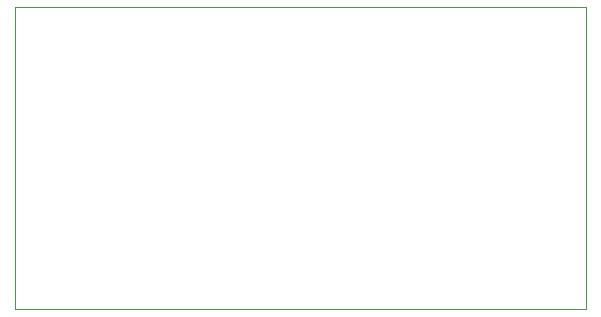
<source format=gbr>
%TF.GenerationSoftware,KiCad,Pcbnew,8.0.3*%
%TF.CreationDate,2024-10-23T17:21:21+02:00*%
%TF.ProjectId,aprs_test_board,61707273-5f74-4657-9374-5f626f617264,rev?*%
%TF.SameCoordinates,Original*%
%TF.FileFunction,Profile,NP*%
%FSLAX46Y46*%
G04 Gerber Fmt 4.6, Leading zero omitted, Abs format (unit mm)*
G04 Created by KiCad (PCBNEW 8.0.3) date 2024-10-23 17:21:21*
%MOMM*%
%LPD*%
G01*
G04 APERTURE LIST*
%TA.AperFunction,Profile*%
%ADD10C,0.050000*%
%TD*%
G04 APERTURE END LIST*
D10*
X89610000Y-89940000D02*
X138000000Y-89940000D01*
X138000000Y-115490000D01*
X89610000Y-115490000D01*
X89610000Y-89940000D01*
M02*

</source>
